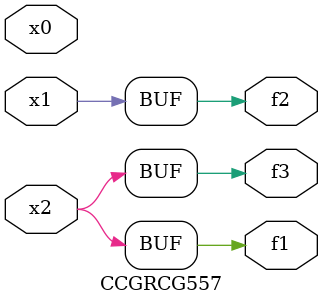
<source format=v>
module CCGRCG557(
	input x0, x1, x2,
	output f1, f2, f3
);
	assign f1 = x2;
	assign f2 = x1;
	assign f3 = x2;
endmodule

</source>
